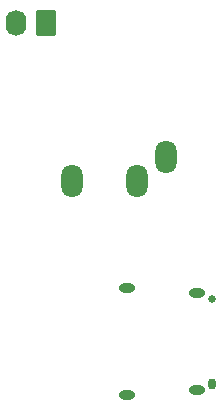
<source format=gbr>
%TF.GenerationSoftware,KiCad,Pcbnew,6.0.11-2627ca5db0~126~ubuntu20.04.1*%
%TF.CreationDate,2023-04-04T23:53:03+02:00*%
%TF.ProjectId,PCB chowndolo,50434220-6368-46f7-976e-646f6c6f2e6b,rev?*%
%TF.SameCoordinates,Original*%
%TF.FileFunction,Soldermask,Bot*%
%TF.FilePolarity,Negative*%
%FSLAX46Y46*%
G04 Gerber Fmt 4.6, Leading zero omitted, Abs format (unit mm)*
G04 Created by KiCad (PCBNEW 6.0.11-2627ca5db0~126~ubuntu20.04.1) date 2023-04-04 23:53:03*
%MOMM*%
%LPD*%
G01*
G04 APERTURE LIST*
G04 Aperture macros list*
%AMRoundRect*
0 Rectangle with rounded corners*
0 $1 Rounding radius*
0 $2 $3 $4 $5 $6 $7 $8 $9 X,Y pos of 4 corners*
0 Add a 4 corners polygon primitive as box body*
4,1,4,$2,$3,$4,$5,$6,$7,$8,$9,$2,$3,0*
0 Add four circle primitives for the rounded corners*
1,1,$1+$1,$2,$3*
1,1,$1+$1,$4,$5*
1,1,$1+$1,$6,$7*
1,1,$1+$1,$8,$9*
0 Add four rect primitives between the rounded corners*
20,1,$1+$1,$2,$3,$4,$5,0*
20,1,$1+$1,$4,$5,$6,$7,0*
20,1,$1+$1,$6,$7,$8,$9,0*
20,1,$1+$1,$8,$9,$2,$3,0*%
G04 Aperture macros list end*
%ADD10O,1.800000X2.800000*%
%ADD11C,0.650000*%
%ADD12O,0.650000X0.950000*%
%ADD13O,1.400000X0.800000*%
%ADD14RoundRect,0.250000X0.620000X0.845000X-0.620000X0.845000X-0.620000X-0.845000X0.620000X-0.845000X0*%
%ADD15O,1.740000X2.190000*%
G04 APERTURE END LIST*
D10*
%TO.C,J3*%
X131000000Y-81200000D03*
X138900000Y-79200000D03*
X136500000Y-81200000D03*
%TD*%
D11*
%TO.C,J1*%
X142840000Y-91200000D03*
D12*
X142840000Y-98400000D03*
D13*
X141590000Y-90670000D03*
X141590000Y-98930000D03*
X135640000Y-99290000D03*
X135640000Y-90310000D03*
%TD*%
D14*
%TO.C,J2*%
X128740000Y-67800000D03*
D15*
X126200000Y-67800000D03*
%TD*%
M02*

</source>
